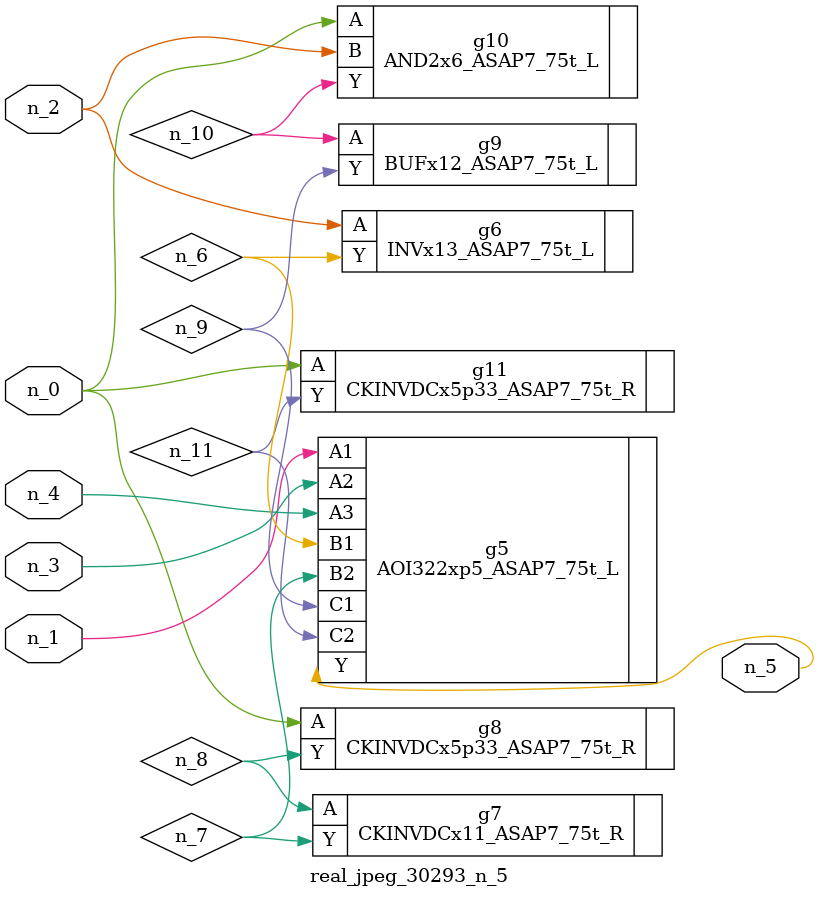
<source format=v>
module real_jpeg_30293_n_5 (n_4, n_0, n_1, n_2, n_3, n_5);

input n_4;
input n_0;
input n_1;
input n_2;
input n_3;

output n_5;

wire n_8;
wire n_11;
wire n_6;
wire n_7;
wire n_10;
wire n_9;

CKINVDCx5p33_ASAP7_75t_R g8 ( 
.A(n_0),
.Y(n_8)
);

AND2x6_ASAP7_75t_L g10 ( 
.A(n_0),
.B(n_2),
.Y(n_10)
);

CKINVDCx5p33_ASAP7_75t_R g11 ( 
.A(n_0),
.Y(n_11)
);

AOI322xp5_ASAP7_75t_L g5 ( 
.A1(n_1),
.A2(n_3),
.A3(n_4),
.B1(n_6),
.B2(n_7),
.C1(n_9),
.C2(n_11),
.Y(n_5)
);

INVx13_ASAP7_75t_L g6 ( 
.A(n_2),
.Y(n_6)
);

CKINVDCx11_ASAP7_75t_R g7 ( 
.A(n_8),
.Y(n_7)
);

BUFx12_ASAP7_75t_L g9 ( 
.A(n_10),
.Y(n_9)
);


endmodule
</source>
